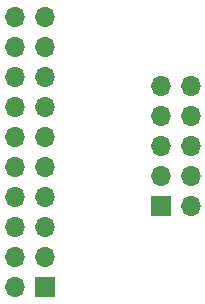
<source format=gbr>
%TF.GenerationSoftware,KiCad,Pcbnew,(5.1.9)-1*%
%TF.CreationDate,2021-11-16T01:46:06-03:00*%
%TF.ProjectId,20-10-adapter,32302d31-302d-4616-9461-707465722e6b,rev?*%
%TF.SameCoordinates,Original*%
%TF.FileFunction,Soldermask,Top*%
%TF.FilePolarity,Negative*%
%FSLAX46Y46*%
G04 Gerber Fmt 4.6, Leading zero omitted, Abs format (unit mm)*
G04 Created by KiCad (PCBNEW (5.1.9)-1) date 2021-11-16 01:46:06*
%MOMM*%
%LPD*%
G01*
G04 APERTURE LIST*
%ADD10R,1.700000X1.700000*%
%ADD11O,1.700000X1.700000*%
G04 APERTURE END LIST*
D10*
%TO.C,J2*%
X126000000Y-79000000D03*
D11*
X123460000Y-79000000D03*
X126000000Y-76460000D03*
X123460000Y-76460000D03*
X126000000Y-73920000D03*
X123460000Y-73920000D03*
X126000000Y-71380000D03*
X123460000Y-71380000D03*
X126000000Y-68840000D03*
X123460000Y-68840000D03*
X126000000Y-66300000D03*
X123460000Y-66300000D03*
X126000000Y-63760000D03*
X123460000Y-63760000D03*
X126000000Y-61220000D03*
X123460000Y-61220000D03*
X126000000Y-58680000D03*
X123460000Y-58680000D03*
X126000000Y-56140000D03*
X123460000Y-56140000D03*
%TD*%
D10*
%TO.C,J1*%
X135800000Y-72200000D03*
D11*
X138340000Y-72200000D03*
X135800000Y-69660000D03*
X138340000Y-69660000D03*
X135800000Y-67120000D03*
X138340000Y-67120000D03*
X135800000Y-64580000D03*
X138340000Y-64580000D03*
X135800000Y-62040000D03*
X138340000Y-62040000D03*
%TD*%
M02*

</source>
